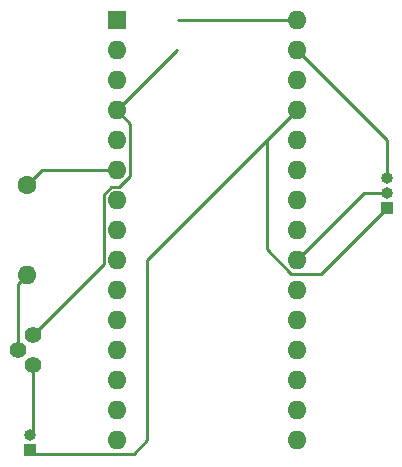
<source format=gbr>
%TF.GenerationSoftware,KiCad,Pcbnew,(6.0.11)*%
%TF.CreationDate,2023-02-17T13:23:48-05:00*%
%TF.ProjectId,mainboard,6d61696e-626f-4617-9264-2e6b69636164,rev?*%
%TF.SameCoordinates,Original*%
%TF.FileFunction,Copper,L1,Top*%
%TF.FilePolarity,Positive*%
%FSLAX46Y46*%
G04 Gerber Fmt 4.6, Leading zero omitted, Abs format (unit mm)*
G04 Created by KiCad (PCBNEW (6.0.11)) date 2023-02-17 13:23:48*
%MOMM*%
%LPD*%
G01*
G04 APERTURE LIST*
%TA.AperFunction,ComponentPad*%
%ADD10R,1.600000X1.600000*%
%TD*%
%TA.AperFunction,ComponentPad*%
%ADD11O,1.600000X1.600000*%
%TD*%
%TA.AperFunction,ComponentPad*%
%ADD12C,1.600000*%
%TD*%
%TA.AperFunction,ComponentPad*%
%ADD13C,1.400000*%
%TD*%
%TA.AperFunction,ComponentPad*%
%ADD14R,1.000000X1.000000*%
%TD*%
%TA.AperFunction,ComponentPad*%
%ADD15O,1.000000X1.000000*%
%TD*%
%TA.AperFunction,Conductor*%
%ADD16C,0.250000*%
%TD*%
G04 APERTURE END LIST*
D10*
%TO.P,A1,1,TX1*%
%TO.N,unconnected-(A1-Pad1)*%
X116710000Y-111760000D03*
D11*
%TO.P,A1,2,RX1*%
%TO.N,unconnected-(A1-Pad2)*%
X116710000Y-114300000D03*
%TO.P,A1,3,~{RESET}*%
%TO.N,unconnected-(A1-Pad3)*%
X116710000Y-116840000D03*
%TO.P,A1,4,GND*%
%TO.N,GND*%
X116710000Y-119380000D03*
%TO.P,A1,5,D2*%
%TO.N,unconnected-(A1-Pad5)*%
X116710000Y-121920000D03*
%TO.P,A1,6,D3*%
%TO.N,T1*%
X116710000Y-124460000D03*
%TO.P,A1,7,D4*%
%TO.N,unconnected-(A1-Pad7)*%
X116710000Y-127000000D03*
%TO.P,A1,8,D5*%
%TO.N,unconnected-(A1-Pad8)*%
X116710000Y-129540000D03*
%TO.P,A1,9,D6*%
%TO.N,unconnected-(A1-Pad9)*%
X116710000Y-132080000D03*
%TO.P,A1,10,D7*%
%TO.N,unconnected-(A1-Pad10)*%
X116710000Y-134620000D03*
%TO.P,A1,11,D8*%
%TO.N,unconnected-(A1-Pad11)*%
X116710000Y-137160000D03*
%TO.P,A1,12,D9*%
%TO.N,unconnected-(A1-Pad12)*%
X116710000Y-139700000D03*
%TO.P,A1,13,D10*%
%TO.N,unconnected-(A1-Pad13)*%
X116710000Y-142240000D03*
%TO.P,A1,14,MOSI*%
%TO.N,unconnected-(A1-Pad14)*%
X116710000Y-144780000D03*
%TO.P,A1,15,MISO*%
%TO.N,unconnected-(A1-Pad15)*%
X116710000Y-147320000D03*
%TO.P,A1,16,SCK*%
%TO.N,unconnected-(A1-Pad16)*%
X131950000Y-147320000D03*
%TO.P,A1,17,3V3*%
%TO.N,unconnected-(A1-Pad17)*%
X131950000Y-144780000D03*
%TO.P,A1,18,AREF*%
%TO.N,unconnected-(A1-Pad18)*%
X131950000Y-142240000D03*
%TO.P,A1,19,A0*%
%TO.N,unconnected-(A1-Pad19)*%
X131950000Y-139700000D03*
%TO.P,A1,20,A1*%
%TO.N,unconnected-(A1-Pad20)*%
X131950000Y-137160000D03*
%TO.P,A1,21,A2*%
%TO.N,unconnected-(A1-Pad21)*%
X131950000Y-134620000D03*
%TO.P,A1,22,A3*%
%TO.N,Net-(A1-Pad22)*%
X131950000Y-132080000D03*
%TO.P,A1,23,SDA/A4*%
%TO.N,unconnected-(A1-Pad23)*%
X131950000Y-129540000D03*
%TO.P,A1,24,SCL/A5*%
%TO.N,unconnected-(A1-Pad24)*%
X131950000Y-127000000D03*
%TO.P,A1,25,A6*%
%TO.N,unconnected-(A1-Pad25)*%
X131950000Y-124460000D03*
%TO.P,A1,26,A7*%
%TO.N,unconnected-(A1-Pad26)*%
X131950000Y-121920000D03*
%TO.P,A1,27,+5V*%
%TO.N,+5V*%
X131950000Y-119380000D03*
%TO.P,A1,28,~{RESET}*%
%TO.N,unconnected-(A1-Pad28)*%
X131950000Y-116840000D03*
%TO.P,A1,29,GND*%
%TO.N,GND*%
X131950000Y-114300000D03*
%TO.P,A1,30,VIN*%
%TO.N,unconnected-(A1-Pad30)*%
X131950000Y-111760000D03*
%TD*%
D12*
%TO.P,R1,1*%
%TO.N,T1*%
X109090000Y-125730000D03*
D11*
%TO.P,R1,2*%
%TO.N,Net-(R1-Pad2)*%
X109090000Y-133350000D03*
%TD*%
D13*
%TO.P,Q1,1,COLLECTOR*%
%TO.N,Net-(Q1-Pad1)*%
X109597500Y-140970000D03*
%TO.P,Q1,2,BASE*%
%TO.N,Net-(R1-Pad2)*%
X108327500Y-139700000D03*
%TO.P,Q1,3,EMITTER*%
%TO.N,GND*%
X109597500Y-138405000D03*
%TD*%
D14*
%TO.P,U1,1,VCC*%
%TO.N,+5V*%
X139570000Y-127635000D03*
D15*
%TO.P,U1,2,SIG*%
%TO.N,Net-(A1-Pad22)*%
X139570000Y-126365000D03*
%TO.P,U1,3,GND*%
%TO.N,GND*%
X139570000Y-125095000D03*
%TD*%
D14*
%TO.P,M1,1,+*%
%TO.N,+5V*%
X109389991Y-148126250D03*
D15*
%TO.P,M1,2,-*%
%TO.N,Net-(Q1-Pad1)*%
X109389991Y-146856250D03*
%TD*%
D16*
%TO.N,GND*%
X116710000Y-119380000D02*
X117835000Y-120505000D01*
X139570000Y-121920000D02*
X131950000Y-114300000D01*
X115585000Y-126534009D02*
X115585000Y-132417500D01*
X115585000Y-132417500D02*
X109597500Y-138405000D01*
X139570000Y-125095000D02*
X139570000Y-121920000D01*
X121790000Y-114300000D02*
X116710000Y-119380000D01*
X116885991Y-125875000D02*
X116244009Y-125875000D01*
X117835000Y-124925991D02*
X116885991Y-125875000D01*
X117835000Y-120505000D02*
X117835000Y-124925991D01*
X116244009Y-125875000D02*
X115585000Y-126534009D01*
%TO.N,T1*%
X110360000Y-124460000D02*
X109090000Y-125730000D01*
X116710000Y-124460000D02*
X110360000Y-124460000D01*
%TO.N,Net-(A1-Pad22)*%
X131950000Y-132080000D02*
X137665000Y-126365000D01*
X137665000Y-126365000D02*
X139570000Y-126365000D01*
%TO.N,+5V*%
X131950000Y-119380000D02*
X119250000Y-132080000D01*
X131484009Y-133205000D02*
X129410000Y-131130991D01*
X139570000Y-127635000D02*
X134000000Y-133205000D01*
X129410000Y-121920000D02*
X131950000Y-119380000D01*
X109708741Y-148445000D02*
X109389991Y-148126250D01*
X134000000Y-133205000D02*
X131484009Y-133205000D01*
X119250000Y-147320000D02*
X118125000Y-148445000D01*
X129410000Y-131130991D02*
X129410000Y-121920000D01*
X119250000Y-132080000D02*
X119250000Y-147320000D01*
X118125000Y-148445000D02*
X109708741Y-148445000D01*
%TO.N,unconnected-(A1-Pad30)*%
X132080000Y-111760000D02*
X121920000Y-111760000D01*
%TO.N,Net-(Q1-Pad1)*%
X109597500Y-140970000D02*
X109597500Y-146648741D01*
X109597500Y-146648741D02*
X109389991Y-146856250D01*
%TO.N,Net-(R1-Pad2)*%
X109090000Y-133350000D02*
X108327500Y-134112500D01*
X108327500Y-134112500D02*
X108327500Y-139700000D01*
%TD*%
M02*

</source>
